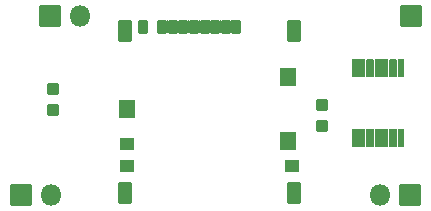
<source format=gts>
G04 #@! TF.GenerationSoftware,KiCad,Pcbnew,(6.0.1-0)*
G04 #@! TF.CreationDate,2022-03-11T23:13:56+01:00*
G04 #@! TF.ProjectId,SDshield,53447368-6965-46c6-942e-6b696361645f,rev?*
G04 #@! TF.SameCoordinates,Original*
G04 #@! TF.FileFunction,Soldermask,Top*
G04 #@! TF.FilePolarity,Negative*
%FSLAX46Y46*%
G04 Gerber Fmt 4.6, Leading zero omitted, Abs format (unit mm)*
G04 Created by KiCad (PCBNEW (6.0.1-0)) date 2022-03-11 23:13:56*
%MOMM*%
%LPD*%
G01*
G04 APERTURE LIST*
G04 Aperture macros list*
%AMRoundRect*
0 Rectangle with rounded corners*
0 $1 Rounding radius*
0 $2 $3 $4 $5 $6 $7 $8 $9 X,Y pos of 4 corners*
0 Add a 4 corners polygon primitive as box body*
4,1,4,$2,$3,$4,$5,$6,$7,$8,$9,$2,$3,0*
0 Add four circle primitives for the rounded corners*
1,1,$1+$1,$2,$3*
1,1,$1+$1,$4,$5*
1,1,$1+$1,$6,$7*
1,1,$1+$1,$8,$9*
0 Add four rect primitives between the rounded corners*
20,1,$1+$1,$2,$3,$4,$5,0*
20,1,$1+$1,$4,$5,$6,$7,0*
20,1,$1+$1,$6,$7,$8,$9,0*
20,1,$1+$1,$8,$9,$2,$3,0*%
G04 Aperture macros list end*
%ADD10RoundRect,0.288500X-0.237500X0.250000X-0.237500X-0.250000X0.237500X-0.250000X0.237500X0.250000X0*%
%ADD11RoundRect,0.101600X-0.325000X-0.500000X0.325000X-0.500000X0.325000X0.500000X-0.325000X0.500000X0*%
%ADD12RoundRect,0.101600X-0.565000X-0.700000X0.565000X-0.700000X0.565000X0.700000X-0.565000X0.700000X0*%
%ADD13RoundRect,0.101600X-0.450000X-0.850000X0.450000X-0.850000X0.450000X0.850000X-0.450000X0.850000X0*%
%ADD14RoundRect,0.101600X-0.500000X-0.425000X0.500000X-0.425000X0.500000X0.425000X-0.500000X0.425000X0*%
%ADD15RoundRect,0.101600X0.500000X0.425000X-0.500000X0.425000X-0.500000X-0.425000X0.500000X-0.425000X0*%
%ADD16RoundRect,0.051000X-0.850000X-0.850000X0.850000X-0.850000X0.850000X0.850000X-0.850000X0.850000X0*%
%ADD17RoundRect,0.051000X0.850000X-0.850000X0.850000X0.850000X-0.850000X0.850000X-0.850000X-0.850000X0*%
%ADD18O,1.802000X1.802000*%
%ADD19RoundRect,0.051000X-0.850000X0.850000X-0.850000X-0.850000X0.850000X-0.850000X0.850000X0.850000X0*%
%ADD20RoundRect,0.051000X0.225000X-0.725000X0.225000X0.725000X-0.225000X0.725000X-0.225000X-0.725000X0*%
G04 APERTURE END LIST*
D10*
X136500000Y-87587500D03*
X136500000Y-89412500D03*
D11*
X152046000Y-82317000D03*
X151146000Y-82317000D03*
X150246000Y-82317000D03*
X149346000Y-82317000D03*
X148446000Y-82317000D03*
X147546000Y-82317000D03*
X146646000Y-82317000D03*
X145746000Y-82317000D03*
X144176000Y-82317000D03*
D12*
X142811000Y-89267000D03*
D13*
X142596000Y-82667000D03*
D14*
X142746000Y-92217000D03*
X142746000Y-94147000D03*
D13*
X142596000Y-96367000D03*
X156896000Y-96367000D03*
D15*
X156746000Y-94147000D03*
D12*
X156426000Y-92017000D03*
X156426000Y-86567000D03*
D13*
X156896000Y-82667000D03*
D16*
X166800000Y-81400000D03*
D17*
X136260000Y-81400000D03*
D18*
X138800000Y-81400000D03*
D19*
X166740000Y-96600000D03*
D18*
X164200000Y-96600000D03*
D17*
X133800000Y-96600000D03*
D18*
X136340000Y-96600000D03*
D20*
X162050000Y-91750000D03*
X162700000Y-91750000D03*
X163350000Y-91750000D03*
X164000000Y-91750000D03*
X164650000Y-91750000D03*
X165300000Y-91750000D03*
X165950000Y-91750000D03*
X165950000Y-85850000D03*
X165300000Y-85850000D03*
X164650000Y-85850000D03*
X164000000Y-85850000D03*
X163350000Y-85850000D03*
X162700000Y-85850000D03*
X162050000Y-85850000D03*
D10*
X159310000Y-88930000D03*
X159310000Y-90755000D03*
G36*
X162439633Y-90988517D02*
G01*
X162440197Y-90990436D01*
X162439916Y-90991075D01*
X162429767Y-91006263D01*
X162426000Y-91025199D01*
X162426000Y-92474801D01*
X162429767Y-92493738D01*
X162439814Y-92508773D01*
X162439945Y-92510768D01*
X162438282Y-92511880D01*
X162437553Y-92511793D01*
X162377212Y-92492898D01*
X162312310Y-92511955D01*
X162310367Y-92511483D01*
X162309803Y-92509564D01*
X162310084Y-92508925D01*
X162320233Y-92493737D01*
X162324000Y-92474801D01*
X162324000Y-91025199D01*
X162320233Y-91006262D01*
X162310186Y-90991227D01*
X162310055Y-90989232D01*
X162311718Y-90988120D01*
X162312447Y-90988207D01*
X162372788Y-91007102D01*
X162437690Y-90988045D01*
X162439633Y-90988517D01*
G37*
G36*
X165039633Y-90988517D02*
G01*
X165040197Y-90990436D01*
X165039916Y-90991075D01*
X165029767Y-91006263D01*
X165026000Y-91025199D01*
X165026000Y-92474801D01*
X165029767Y-92493738D01*
X165039814Y-92508773D01*
X165039945Y-92510768D01*
X165038282Y-92511880D01*
X165037553Y-92511793D01*
X164977212Y-92492898D01*
X164912310Y-92511955D01*
X164910367Y-92511483D01*
X164909803Y-92509564D01*
X164910084Y-92508925D01*
X164920233Y-92493737D01*
X164924000Y-92474801D01*
X164924000Y-91025199D01*
X164920233Y-91006262D01*
X164910186Y-90991227D01*
X164910055Y-90989232D01*
X164911718Y-90988120D01*
X164912447Y-90988207D01*
X164972788Y-91007102D01*
X165037690Y-90988045D01*
X165039633Y-90988517D01*
G37*
G36*
X164389633Y-90988517D02*
G01*
X164390197Y-90990436D01*
X164389916Y-90991075D01*
X164379767Y-91006263D01*
X164376000Y-91025199D01*
X164376000Y-92474801D01*
X164379767Y-92493738D01*
X164389814Y-92508773D01*
X164389945Y-92510768D01*
X164388282Y-92511880D01*
X164387553Y-92511793D01*
X164327212Y-92492898D01*
X164262310Y-92511955D01*
X164260367Y-92511483D01*
X164259803Y-92509564D01*
X164260084Y-92508925D01*
X164270233Y-92493737D01*
X164274000Y-92474801D01*
X164274000Y-91025199D01*
X164270233Y-91006262D01*
X164260186Y-90991227D01*
X164260055Y-90989232D01*
X164261718Y-90988120D01*
X164262447Y-90988207D01*
X164322788Y-91007102D01*
X164387690Y-90988045D01*
X164389633Y-90988517D01*
G37*
G36*
X163089633Y-90988517D02*
G01*
X163090197Y-90990436D01*
X163089916Y-90991075D01*
X163079767Y-91006263D01*
X163076000Y-91025199D01*
X163076000Y-92474801D01*
X163079767Y-92493738D01*
X163089814Y-92508773D01*
X163089945Y-92510768D01*
X163088282Y-92511880D01*
X163087553Y-92511793D01*
X163027212Y-92492898D01*
X162962310Y-92511955D01*
X162960367Y-92511483D01*
X162959803Y-92509564D01*
X162960084Y-92508925D01*
X162970233Y-92493737D01*
X162974000Y-92474801D01*
X162974000Y-91025199D01*
X162970233Y-91006262D01*
X162960186Y-90991227D01*
X162960055Y-90989232D01*
X162961718Y-90988120D01*
X162962447Y-90988207D01*
X163022788Y-91007102D01*
X163087690Y-90988045D01*
X163089633Y-90988517D01*
G37*
G36*
X165689633Y-90988517D02*
G01*
X165690197Y-90990436D01*
X165689916Y-90991075D01*
X165679767Y-91006263D01*
X165676000Y-91025199D01*
X165676000Y-92474801D01*
X165679767Y-92493738D01*
X165689814Y-92508773D01*
X165689945Y-92510768D01*
X165688282Y-92511880D01*
X165687553Y-92511793D01*
X165627212Y-92492898D01*
X165562310Y-92511955D01*
X165560367Y-92511483D01*
X165559803Y-92509564D01*
X165560084Y-92508925D01*
X165570233Y-92493737D01*
X165574000Y-92474801D01*
X165574000Y-91025199D01*
X165570233Y-91006262D01*
X165560186Y-90991227D01*
X165560055Y-90989232D01*
X165561718Y-90988120D01*
X165562447Y-90988207D01*
X165622788Y-91007102D01*
X165687690Y-90988045D01*
X165689633Y-90988517D01*
G37*
G36*
X163739633Y-90988517D02*
G01*
X163740197Y-90990436D01*
X163739916Y-90991075D01*
X163729767Y-91006263D01*
X163726000Y-91025199D01*
X163726000Y-92474801D01*
X163729767Y-92493738D01*
X163739814Y-92508773D01*
X163739945Y-92510768D01*
X163738282Y-92511880D01*
X163737553Y-92511793D01*
X163677212Y-92492898D01*
X163612310Y-92511955D01*
X163610367Y-92511483D01*
X163609803Y-92509564D01*
X163610084Y-92508925D01*
X163620233Y-92493737D01*
X163624000Y-92474801D01*
X163624000Y-91025199D01*
X163620233Y-91006262D01*
X163610186Y-90991227D01*
X163610055Y-90989232D01*
X163611718Y-90988120D01*
X163612447Y-90988207D01*
X163672788Y-91007102D01*
X163737690Y-90988045D01*
X163739633Y-90988517D01*
G37*
G36*
X165039633Y-85088517D02*
G01*
X165040197Y-85090436D01*
X165039916Y-85091075D01*
X165029767Y-85106263D01*
X165026000Y-85125199D01*
X165026000Y-86574801D01*
X165029767Y-86593738D01*
X165039814Y-86608773D01*
X165039945Y-86610768D01*
X165038282Y-86611880D01*
X165037553Y-86611793D01*
X164977212Y-86592898D01*
X164912310Y-86611955D01*
X164910367Y-86611483D01*
X164909803Y-86609564D01*
X164910084Y-86608925D01*
X164920233Y-86593737D01*
X164924000Y-86574801D01*
X164924000Y-85125199D01*
X164920233Y-85106262D01*
X164910186Y-85091227D01*
X164910055Y-85089232D01*
X164911718Y-85088120D01*
X164912447Y-85088207D01*
X164972788Y-85107102D01*
X165037690Y-85088045D01*
X165039633Y-85088517D01*
G37*
G36*
X164389633Y-85088517D02*
G01*
X164390197Y-85090436D01*
X164389916Y-85091075D01*
X164379767Y-85106263D01*
X164376000Y-85125199D01*
X164376000Y-86574801D01*
X164379767Y-86593738D01*
X164389814Y-86608773D01*
X164389945Y-86610768D01*
X164388282Y-86611880D01*
X164387553Y-86611793D01*
X164327212Y-86592898D01*
X164262310Y-86611955D01*
X164260367Y-86611483D01*
X164259803Y-86609564D01*
X164260084Y-86608925D01*
X164270233Y-86593737D01*
X164274000Y-86574801D01*
X164274000Y-85125199D01*
X164270233Y-85106262D01*
X164260186Y-85091227D01*
X164260055Y-85089232D01*
X164261718Y-85088120D01*
X164262447Y-85088207D01*
X164322788Y-85107102D01*
X164387690Y-85088045D01*
X164389633Y-85088517D01*
G37*
G36*
X162439633Y-85088517D02*
G01*
X162440197Y-85090436D01*
X162439916Y-85091075D01*
X162429767Y-85106263D01*
X162426000Y-85125199D01*
X162426000Y-86574801D01*
X162429767Y-86593738D01*
X162439814Y-86608773D01*
X162439945Y-86610768D01*
X162438282Y-86611880D01*
X162437553Y-86611793D01*
X162377212Y-86592898D01*
X162312310Y-86611955D01*
X162310367Y-86611483D01*
X162309803Y-86609564D01*
X162310084Y-86608925D01*
X162320233Y-86593737D01*
X162324000Y-86574801D01*
X162324000Y-85125199D01*
X162320233Y-85106262D01*
X162310186Y-85091227D01*
X162310055Y-85089232D01*
X162311718Y-85088120D01*
X162312447Y-85088207D01*
X162372788Y-85107102D01*
X162437690Y-85088045D01*
X162439633Y-85088517D01*
G37*
G36*
X163739633Y-85088517D02*
G01*
X163740197Y-85090436D01*
X163739916Y-85091075D01*
X163729767Y-85106263D01*
X163726000Y-85125199D01*
X163726000Y-86574801D01*
X163729767Y-86593738D01*
X163739814Y-86608773D01*
X163739945Y-86610768D01*
X163738282Y-86611880D01*
X163737553Y-86611793D01*
X163677212Y-86592898D01*
X163612310Y-86611955D01*
X163610367Y-86611483D01*
X163609803Y-86609564D01*
X163610084Y-86608925D01*
X163620233Y-86593737D01*
X163624000Y-86574801D01*
X163624000Y-85125199D01*
X163620233Y-85106262D01*
X163610186Y-85091227D01*
X163610055Y-85089232D01*
X163611718Y-85088120D01*
X163612447Y-85088207D01*
X163672788Y-85107102D01*
X163737690Y-85088045D01*
X163739633Y-85088517D01*
G37*
G36*
X163089633Y-85088517D02*
G01*
X163090197Y-85090436D01*
X163089916Y-85091075D01*
X163079767Y-85106263D01*
X163076000Y-85125199D01*
X163076000Y-86574801D01*
X163079767Y-86593738D01*
X163089814Y-86608773D01*
X163089945Y-86610768D01*
X163088282Y-86611880D01*
X163087553Y-86611793D01*
X163027212Y-86592898D01*
X162962310Y-86611955D01*
X162960367Y-86611483D01*
X162959803Y-86609564D01*
X162960084Y-86608925D01*
X162970233Y-86593737D01*
X162974000Y-86574801D01*
X162974000Y-85125199D01*
X162970233Y-85106262D01*
X162960186Y-85091227D01*
X162960055Y-85089232D01*
X162961718Y-85088120D01*
X162962447Y-85088207D01*
X163022788Y-85107102D01*
X163087690Y-85088045D01*
X163089633Y-85088517D01*
G37*
G36*
X165689633Y-85088517D02*
G01*
X165690197Y-85090436D01*
X165689916Y-85091075D01*
X165679767Y-85106263D01*
X165676000Y-85125199D01*
X165676000Y-86574801D01*
X165679767Y-86593738D01*
X165689814Y-86608773D01*
X165689945Y-86610768D01*
X165688282Y-86611880D01*
X165687553Y-86611793D01*
X165627212Y-86592898D01*
X165562310Y-86611955D01*
X165560367Y-86611483D01*
X165559803Y-86609564D01*
X165560084Y-86608925D01*
X165570233Y-86593737D01*
X165574000Y-86574801D01*
X165574000Y-85125199D01*
X165570233Y-85106262D01*
X165560186Y-85091227D01*
X165560055Y-85089232D01*
X165561718Y-85088120D01*
X165562447Y-85088207D01*
X165622788Y-85107102D01*
X165687690Y-85088045D01*
X165689633Y-85088517D01*
G37*
G36*
X149859113Y-81737981D02*
G01*
X149859677Y-81739900D01*
X149858844Y-81741091D01*
X149850600Y-81746600D01*
X149829019Y-81778898D01*
X149821400Y-81817199D01*
X149821400Y-82816801D01*
X149829019Y-82855102D01*
X149850600Y-82887400D01*
X149858421Y-82892626D01*
X149859306Y-82894420D01*
X149858195Y-82896083D01*
X149856712Y-82896198D01*
X149798210Y-82877881D01*
X149734830Y-82896491D01*
X149732887Y-82896019D01*
X149732323Y-82894100D01*
X149733156Y-82892909D01*
X149741400Y-82887400D01*
X149762981Y-82855102D01*
X149770600Y-82816801D01*
X149770600Y-81817199D01*
X149762981Y-81778898D01*
X149741400Y-81746600D01*
X149733579Y-81741374D01*
X149732694Y-81739580D01*
X149733805Y-81737917D01*
X149735288Y-81737802D01*
X149793790Y-81756119D01*
X149857170Y-81737509D01*
X149859113Y-81737981D01*
G37*
G36*
X151659113Y-81737981D02*
G01*
X151659677Y-81739900D01*
X151658844Y-81741091D01*
X151650600Y-81746600D01*
X151629019Y-81778898D01*
X151621400Y-81817199D01*
X151621400Y-82816801D01*
X151629019Y-82855102D01*
X151650600Y-82887400D01*
X151658421Y-82892626D01*
X151659306Y-82894420D01*
X151658195Y-82896083D01*
X151656712Y-82896198D01*
X151598210Y-82877881D01*
X151534830Y-82896491D01*
X151532887Y-82896019D01*
X151532323Y-82894100D01*
X151533156Y-82892909D01*
X151541400Y-82887400D01*
X151562981Y-82855102D01*
X151570600Y-82816801D01*
X151570600Y-81817199D01*
X151562981Y-81778898D01*
X151541400Y-81746600D01*
X151533579Y-81741374D01*
X151532694Y-81739580D01*
X151533805Y-81737917D01*
X151535288Y-81737802D01*
X151593790Y-81756119D01*
X151657170Y-81737509D01*
X151659113Y-81737981D01*
G37*
G36*
X148959113Y-81737981D02*
G01*
X148959677Y-81739900D01*
X148958844Y-81741091D01*
X148950600Y-81746600D01*
X148929019Y-81778898D01*
X148921400Y-81817199D01*
X148921400Y-82816801D01*
X148929019Y-82855102D01*
X148950600Y-82887400D01*
X148958421Y-82892626D01*
X148959306Y-82894420D01*
X148958195Y-82896083D01*
X148956712Y-82896198D01*
X148898210Y-82877881D01*
X148834830Y-82896491D01*
X148832887Y-82896019D01*
X148832323Y-82894100D01*
X148833156Y-82892909D01*
X148841400Y-82887400D01*
X148862981Y-82855102D01*
X148870600Y-82816801D01*
X148870600Y-81817199D01*
X148862981Y-81778898D01*
X148841400Y-81746600D01*
X148833579Y-81741374D01*
X148832694Y-81739580D01*
X148833805Y-81737917D01*
X148835288Y-81737802D01*
X148893790Y-81756119D01*
X148957170Y-81737509D01*
X148959113Y-81737981D01*
G37*
G36*
X146259113Y-81737981D02*
G01*
X146259677Y-81739900D01*
X146258844Y-81741091D01*
X146250600Y-81746600D01*
X146229019Y-81778898D01*
X146221400Y-81817199D01*
X146221400Y-82816801D01*
X146229019Y-82855102D01*
X146250600Y-82887400D01*
X146258421Y-82892626D01*
X146259306Y-82894420D01*
X146258195Y-82896083D01*
X146256712Y-82896198D01*
X146198210Y-82877881D01*
X146134830Y-82896491D01*
X146132887Y-82896019D01*
X146132323Y-82894100D01*
X146133156Y-82892909D01*
X146141400Y-82887400D01*
X146162981Y-82855102D01*
X146170600Y-82816801D01*
X146170600Y-81817199D01*
X146162981Y-81778898D01*
X146141400Y-81746600D01*
X146133579Y-81741374D01*
X146132694Y-81739580D01*
X146133805Y-81737917D01*
X146135288Y-81737802D01*
X146193790Y-81756119D01*
X146257170Y-81737509D01*
X146259113Y-81737981D01*
G37*
G36*
X148059113Y-81737981D02*
G01*
X148059677Y-81739900D01*
X148058844Y-81741091D01*
X148050600Y-81746600D01*
X148029019Y-81778898D01*
X148021400Y-81817199D01*
X148021400Y-82816801D01*
X148029019Y-82855102D01*
X148050600Y-82887400D01*
X148058421Y-82892626D01*
X148059306Y-82894420D01*
X148058195Y-82896083D01*
X148056712Y-82896198D01*
X147998210Y-82877881D01*
X147934830Y-82896491D01*
X147932887Y-82896019D01*
X147932323Y-82894100D01*
X147933156Y-82892909D01*
X147941400Y-82887400D01*
X147962981Y-82855102D01*
X147970600Y-82816801D01*
X147970600Y-81817199D01*
X147962981Y-81778898D01*
X147941400Y-81746600D01*
X147933579Y-81741374D01*
X147932694Y-81739580D01*
X147933805Y-81737917D01*
X147935288Y-81737802D01*
X147993790Y-81756119D01*
X148057170Y-81737509D01*
X148059113Y-81737981D01*
G37*
G36*
X147159113Y-81737981D02*
G01*
X147159677Y-81739900D01*
X147158844Y-81741091D01*
X147150600Y-81746600D01*
X147129019Y-81778898D01*
X147121400Y-81817199D01*
X147121400Y-82816801D01*
X147129019Y-82855102D01*
X147150600Y-82887400D01*
X147158421Y-82892626D01*
X147159306Y-82894420D01*
X147158195Y-82896083D01*
X147156712Y-82896198D01*
X147098210Y-82877881D01*
X147034830Y-82896491D01*
X147032887Y-82896019D01*
X147032323Y-82894100D01*
X147033156Y-82892909D01*
X147041400Y-82887400D01*
X147062981Y-82855102D01*
X147070600Y-82816801D01*
X147070600Y-81817199D01*
X147062981Y-81778898D01*
X147041400Y-81746600D01*
X147033579Y-81741374D01*
X147032694Y-81739580D01*
X147033805Y-81737917D01*
X147035288Y-81737802D01*
X147093790Y-81756119D01*
X147157170Y-81737509D01*
X147159113Y-81737981D01*
G37*
G36*
X150759113Y-81737981D02*
G01*
X150759677Y-81739900D01*
X150758844Y-81741091D01*
X150750600Y-81746600D01*
X150729019Y-81778898D01*
X150721400Y-81817199D01*
X150721400Y-82816801D01*
X150729019Y-82855102D01*
X150750600Y-82887400D01*
X150758421Y-82892626D01*
X150759306Y-82894420D01*
X150758195Y-82896083D01*
X150756712Y-82896198D01*
X150698210Y-82877881D01*
X150634830Y-82896491D01*
X150632887Y-82896019D01*
X150632323Y-82894100D01*
X150633156Y-82892909D01*
X150641400Y-82887400D01*
X150662981Y-82855102D01*
X150670600Y-82816801D01*
X150670600Y-81817199D01*
X150662981Y-81778898D01*
X150641400Y-81746600D01*
X150633579Y-81741374D01*
X150632694Y-81739580D01*
X150633805Y-81737917D01*
X150635288Y-81737802D01*
X150693790Y-81756119D01*
X150757170Y-81737509D01*
X150759113Y-81737981D01*
G37*
M02*

</source>
